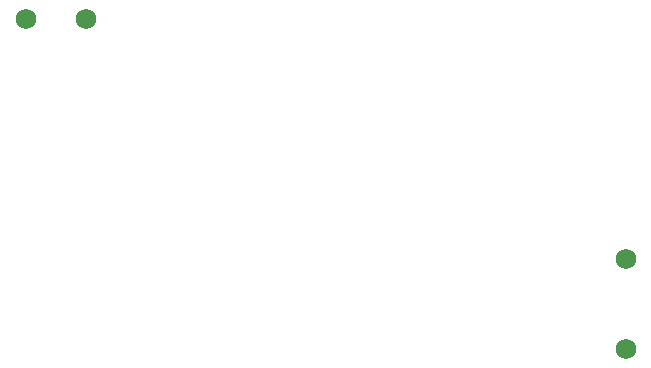
<source format=gbr>
%FSTAX23Y23*%
%MOIN*%
%SFA1B1*%

%IPPOS*%
%ADD17C,0.068000*%
%LNbattery_3.7_pcb_soldermask_bot-1*%
%LPD*%
G54D17*
X065Y02D03*
Y017D03*
X045Y028D03*
X047D03*
M02*
</source>
